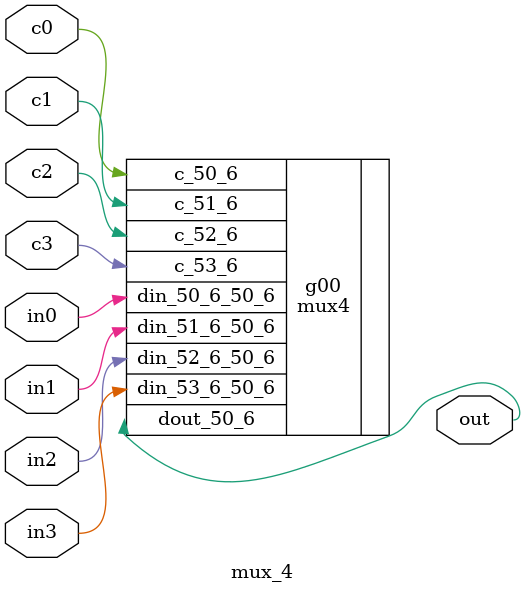
<source format=v>
module mux_4 (
    c0, c1, c2, c3, 
    in0, in1, in2, in3, 
    out
);

    input c0, c1, c2, c3, 
        in0, in1, in2, in3;
    output out;

    mux4 g00 (.c_50_6(c0), .c_51_6(c1), .c_52_6(c2),  .c_53_6(c3), 
                .din_50_6_50_6(in0), .din_51_6_50_6(in1), .din_52_6_50_6(in2), .din_53_6_50_6(in3), 
                .dout_50_6(out));

endmodule

</source>
